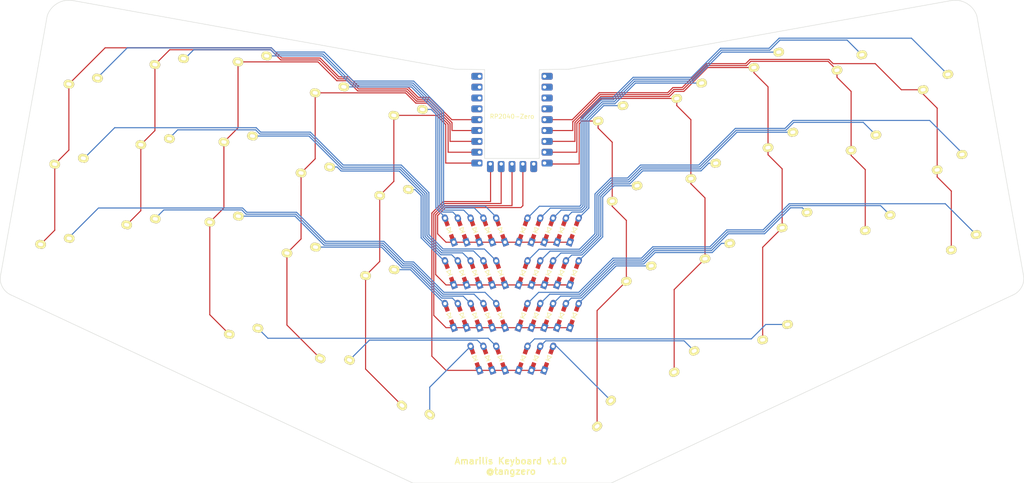
<source format=kicad_pcb>
(kicad_pcb (version 20211014) (generator pcbnew)
  (title_block (title "Amarilis Keyboard") (date "2023-03-17") (rev "1.0") (company "@tangzero"))
  (layers (0 "F.Cu" signal) (31 "B.Cu" signal) (34 "B.Paste" user) (35 "F.Paste" user) (36 "B.SilkS" user "B.Silkscreen") (37 "F.SilkS" user "F.Silkscreen") (38 "B.Mask" user) (39 "F.Mask" user) (44 "Edge.Cuts" user))
  (net 0 "")
  (net 1 "ROW0")
  (net 2 "Net-(D1-Pad2)")
  (net 3 "Net-(D2-Pad2)")
  (net 4 "Net-(D3-Pad2)")
  (net 5 "Net-(D4-Pad2)")
  (net 6 "Net-(D5-Pad2)")
  (net 7 "Net-(D6-Pad2)")
  (net 8 "Net-(D7-Pad2)")
  (net 9 "Net-(D8-Pad2)")
  (net 10 "Net-(D9-Pad2)")
  (net 11 "Net-(D10-Pad2)")
  (net 12 "ROW1")
  (net 13 "Net-(D11-Pad2)")
  (net 14 "Net-(D12-Pad2)")
  (net 23 "Net-(D13-Pad2)")
  (net 24 "Net-(D14-Pad2)")
  (net 25 "Net-(D15-Pad2)")
  (net 26 "Net-(D16-Pad2)")
  (net 27 "Net-(D17-Pad2)")
  (net 28 "Net-(D18-Pad2)")
  (net 29 "Net-(D19-Pad2)")
  (net 30 "Net-(D20-Pad2)")
  (net 31 "ROW2")
  (net 32 "Net-(D21-Pad2)")
  (net 33 "Net-(D22-Pad2)")
  (net 34 "Net-(D23-Pad2)")
  (net 35 "Net-(D24-Pad2)")
  (net 36 "Net-(D25-Pad2)")
  (net 37 "Net-(D26-Pad2)")
  (net 38 "Net-(D27-Pad2)")
  (net 39 "Net-(D28-Pad2)")
  (net 40 "Net-(D29-Pad2)")
  (net 41 "Net-(D30-Pad2)")
  (net 42 "ROW3")
  (net 43 "Net-(D31-Pad2)")
  (net 44 "Net-(D32-Pad2)")
  (net 45 "Net-(D33-Pad2)")
  (net 46 "Net-(D34-Pad2)")
  (net 47 "Net-(D35-Pad2)")
  (net 48 "Net-(D36-Pad2)")
  (net 49 "COL0")
  (net 50 "COL1")
  (net 51 "COL2")
  (net 52 "COL3")
  (net 53 "COL4")
  (net 54 "COL5")
  (net 55 "COL6")
  (net 56 "COL7")
  (net 57 "COL8")
  (net 58 "COL9")
  (footprint "kbd:D3_TH" (layer "F.Cu") (at 159.607086 108 70)
    (fp_text reference "D17" hide)
    (fp_text value "1N4148" hide)
  )
  (footprint "kbd:D3_TH" (layer "F.Cu") (at 150.607086 118 70)
    (fp_text reference "D30" hide)
    (fp_text value "1N4148" hide)
  )
  (footprint "kbd:D3_TH" (layer "F.Cu") (at 150.607086 98 70)
    (fp_text reference "D10" hide)
    (fp_text value "1N4148" hide)
  )
  (footprint "kbd:spacer_m2" (layer "F.Cu") (at 183.055772 80.034293)
    (fp_text reference "Ref**" hide)
    (fp_text value "Val**" hide)
  )
  (footprint "kbd:CherryMX_1u" (layer "F.Cu") (at 44.271054 85.715056 -10)
    (fp_text reference "SW11" hide)
    (fp_text value "SW_PUSH" hide)
  )
  (footprint "kbd:CherryMX_1u" (layer "F.Cu") (at 110.122091 144.600068 -40)
    (fp_text reference "SW33" hide)
    (fp_text value "SW_PUSH" hide)
  )
  (footprint "kbd:spacer_m2" (layer "F.Cu") (at 148.015842 144.252025)
    (fp_text reference "Ref**" hide)
    (fp_text value "Val**" hide)
  )
  (footprint "kbd:CherryMX_1u" (layer "F.Cu") (at 98.634005 106.521175 -10)
    (fp_text reference "SW24" hide)
    (fp_text value "SW_PUSH" hide)
  )
  (footprint "kbd:D3_TH" (layer "F.Cu") (at 142.357086 108 110)
    (fp_text reference "D12" hide)
    (fp_text value "1N4148" hide)
  )
  (footprint "kbd:CherryMX_1u" (layer "F.Cu") (at 64.420827 81.144592 -10)
    (fp_text reference "SW12" hide)
    (fp_text value "SW_PUSH" hide)
  )
  (footprint "kbd:D3_TH" (layer "F.Cu") (at 153.607086 128 70)
    (fp_text reference "D35" hide)
    (fp_text value "1N4148" hide)
  )
  (footprint "kbd:D3_TH" (layer "F.Cu") (at 159.607086 98 70)
    (fp_text reference "D7" hide)
    (fp_text value "1N4148" hide)
  )
  (footprint "kbd:D3_TH" (layer "F.Cu") (at 162.607086 118 70)
    (fp_text reference "D26" hide)
    (fp_text value "1N4148" hide)
  )
  (footprint "kbd:D3_TH" (layer "F.Cu") (at 139.357086 108 110)
    (fp_text reference "D13" hide)
    (fp_text value "1N4148" hide)
  )
  (footprint "kbd:CherryMX_1u" (layer "F.Cu") (at 117.047296 111.798789 -10)
    (fp_text reference "SW25" hide)
    (fp_text value "SW_PUSH" hide)
  )
  (footprint "kbd:spacer_m2" (layer "F.Cu") (at 195.124261 119.284026)
    (fp_text reference "Ref**" hide)
    (fp_text value "Val**" hide)
  )
  (footprint "kbd:D3_TH" (layer "F.Cu") (at 153.607086 118 70)
    (fp_text reference "D29" hide)
    (fp_text value "1N4148" hide)
  )
  (footprint "kbd:CherryMX_1u" (layer "F.Cu") (at 228.303242 62.384004 10)
    (fp_text reference "SW9" hide)
    (fp_text value "SW_PUSH" hide)
  )
  (footprint "kbd:D3_TH" (layer "F.Cu") (at 162.607086 98 70)
    (fp_text reference "D6" hide)
    (fp_text value "1N4148" hide)
  )
  (footprint "kbd:CherryMX_1u" (layer "F.Cu") (at 234.919238 99.90518 10)
    (fp_text reference "SW29" hide)
    (fp_text value "SW_PUSH" hide)
  )
  (footprint "kbd:CherryMX_1u" (layer "F.Cu") (at 185.909976 144.600067 40)
    (fp_text reference "SW34" hide)
    (fp_text value "SW_PUSH" hide)
  )
  (footprint "kbd:CherryMX_1u" (layer "F.Cu") (at 215.464057 99.273946 10)
    (fp_text reference "SW28" hide)
    (fp_text value "SW_PUSH" hide)
  )
  (footprint "kbd:D3_TH" (layer "F.Cu") (at 162.607086 108 70)
    (fp_text reference "D16" hide)
    (fp_text value "1N4148" hide)
  )
  (footprint "kbd:CherryMX_1u" (layer "F.Cu") (at 61.112829 99.90518 -10)
    (fp_text reference "SW22" hide)
    (fp_text value "SW_PUSH" hide)
  )
  (footprint "kbd:CherryMX_1u" (layer "F.Cu") (at 255.069011 104.475644 10)
    (fp_text reference "SW30" hide)
    (fp_text value "SW_PUSH" hide)
  )
  (footprint "kbd:CherryMX_1u" (layer "F.Cu") (at 83.876008 80.513359 -10)
    (fp_text reference "SW13" hide)
    (fp_text value "SW_PUSH" hide)
  )
  (footprint "RP2040-Zero-Kicad:RP2040-Zero" (layer "F.Cu") (at 137.865 84.825)
    (fp_text reference "RZ1")
    (fp_text value "RP2040-Zero")
  )
  (footprint "kbd:CherryMX_1u" (layer "F.Cu") (at 92.856928 136.549189 -25)
    (fp_text reference "SW32" hide)
    (fp_text value "SW_PUSH" hide)
  )
  (footprint "kbd:D3_TH" (layer "F.Cu") (at 142.357086 98 110)
    (fp_text reference "D2" hide)
    (fp_text value "1N4148" hide)
  )
  (footprint "kbd:D3_TH" (layer "F.Cu") (at 153.607086 108 70)
    (fp_text reference "D19" hide)
    (fp_text value "1N4148" hide)
  )
  (footprint "kbd:spacer_m2" (layer "F.Cu") (at 58.613345 59.228174)
    (fp_text reference "Ref**" hide)
    (fp_text value "Val**" hide)
  )
  (footprint "kbd:CherryMX_1u" (layer "F.Cu") (at 251.761013 85.715056 10)
    (fp_text reference "SW20" hide)
    (fp_text value "SW_PUSH" hide)
  )
  (footprint "kbd:spacer_m2" (layer "F.Cu") (at 237.418722 59.228173)
    (fp_text reference "Ref**" hide)
    (fp_text value "Val**" hide)
  )
  (footprint "kbd:D3_TH" (layer "F.Cu") (at 136.357086 108 110)
    (fp_text reference "D14" hide)
    (fp_text value "1N4148" hide)
  )
  (footprint "kbd:D3_TH" (layer "F.Cu") (at 156.607086 108 70)
    (fp_text reference "D18" hide)
    (fp_text value "1N4148" hide)
  )
  (footprint "kbd:CherryMX_1u" (layer "F.Cu") (at 190.782067 69 10)
    (fp_text reference "SW7" hide)
    (fp_text value "SW_PUSH" hide)
  )
  (footprint "kbd:CherryMX_1u" (layer "F.Cu") (at 105.25 69 -10)
    (fp_text reference "SW4" hide)
    (fp_text value "SW_PUSH" hide)
  )
  (footprint "kbd:D3_TH" (layer "F.Cu") (at 153.607086 98 70)
    (fp_text reference "D9" hide)
    (fp_text value "1N4148" hide)
  )
  (footprint "kbd:CherryMX_1u" (layer "F.Cu") (at 87.184005 61.752771 -10)
    (fp_text reference "SW3" hide)
    (fp_text value "SW_PUSH" hide)
  )
  (footprint "kbd:CherryMX_1u" (layer "F.Cu") (at 120.355294 93.038201 -10)
    (fp_text reference "SW15" hide)
    (fp_text value "SW_PUSH" hide)
  )
  (footprint "kbd:spacer_m2" (layer "F.Cu") (at 50.078536 107.631475)
    (fp_text reference "Ref**" hide)
    (fp_text value "Val**" hide)
  )
  (footprint "kbd:spacer_m2" (layer "F.Cu") (at 100.907806 119.284026)
    (fp_text reference "Ref**" hide)
    (fp_text value "Val**" hide)
  )
  (footprint "kbd:D3_TH" (layer "F.Cu") (at 142.357086 118 110)
    (fp_text reference "D22" hide)
    (fp_text value "1N4148" hide)
  )
  (footprint "kbd:CherryMX_1u" (layer "F.Cu") (at 67.728825 62.384004 -10)
    (fp_text reference "SW2" hide)
    (fp_text value "SW_PUSH" hide)
  )
  (footprint "kbd:D3_TH" (layer "F.Cu") (at 156.607086 98 70)
    (fp_text reference "D8" hide)
    (fp_text value "1N4148" hide)
  )
  (footprint "kbd:CherryMX_1u" (layer "F.Cu") (at 203.175139 136.549189 25)
    (fp_text reference "SW35" hide)
    (fp_text value "SW_PUSH" hide)
  )
  (footprint "kbd:D3_TH" (layer "F.Cu") (at 133.357086 108 110)
    (fp_text reference "D15" hide)
    (fp_text value "1N4148" hide)
  )
  (footprint "kbd:D3_TH" (layer "F.Cu") (at 159.607086 118 70)
    (fp_text reference "D27" hide)
    (fp_text value "1N4148" hide)
  )
  (footprint "kbd:CherryMX_1u" (layer "F.Cu") (at 80.56801 99.273946 -10)
    (fp_text reference "SW23" hide)
    (fp_text value "SW_PUSH" hide)
  )
  (footprint "kbd:CherryMX_1u" (layer "F.Cu") (at 172.368775 74.277613 10)
    (fp_text reference "SW6" hide)
    (fp_text value "SW_PUSH" hide)
  )
  (footprint "kbd:D3_TH" (layer "F.Cu") (at 136.357086 98 110)
    (fp_text reference "D4" hide)
    (fp_text value "1N4148" hide)
  )
  (footprint "kbd:D3_TH" (layer "F.Cu") (at 156.607086 128 70)
    (fp_text reference "D34" hide)
    (fp_text value "1N4148" hide)
  )
  (footprint "kbd:CherryMX_1u" (layer "F.Cu") (at 208.848062 61.752771 10)
    (fp_text reference "SW8" hide)
    (fp_text value "SW_PUSH" hide)
  )
  (footprint "kbd:CherryMX_1u" (layer "F.Cu") (at 123.663292 74.277613 -10)
    (fp_text reference "SW5" hide)
    (fp_text value "SW_PUSH" hide)
  )
  (footprint "kbd:D3_TH" (layer "F.Cu") (at 136.357086 118 110)
    (fp_text reference "D24" hide)
    (fp_text value "1N4148" hide)
  )
  (footprint "kbd:D3_TH" (layer "F.Cu") (at 133.357086 118 110)
    (fp_text reference "D25" hide)
    (fp_text value "1N4148" hide)
  )
  (footprint "kbd:CherryMX_1u" (layer "F.Cu") (at 212.156059 80.513359 10)
    (fp_text reference "SW18" hide)
    (fp_text value "SW_PUSH" hide)
  )
  (footprint "kbd:CherryMX_1u" (layer "F.Cu") (at 85.130633 125.514897 -10)
    (fp_text reference "SW31" hide)
    (fp_text value "SW_PUSH" hide)
  )
  (footprint "kbd:CherryMX_1u" (layer "F.Cu") (at 248.453015 66.954468 10)
    (fp_text reference "SW10" hide)
    (fp_text value "SW_PUSH" hide)
  )
  (footprint "kbd:D3_TH" (layer "F.Cu") (at 150.607086 108 70)
    (fp_text reference "D20" hide)
    (fp_text value "1N4148" hide)
  )
  (footprint "kbd:D3_TH" (layer "F.Cu") (at 139.357086 128 110)
    (fp_text reference "D33" hide)
    (fp_text value "1N4148" hide)
  )
  (footprint "kbd:CherryMX_1u" (layer "F.Cu") (at 40.963056 104.475644 -10)
    (fp_text reference "SW21" hide)
    (fp_text value "SW_PUSH" hide)
  )
  (footprint "kbd:CherryMX_1u" (layer "F.Cu") (at 197.398062 106.521175 10)
    (fp_text reference "SW27" hide)
    (fp_text value "SW_PUSH" hide)
  )
  (footprint "kbd:D3_TH" (layer "F.Cu") (at 145.357086 118 110)
    (fp_text reference "D21" hide)
    (fp_text value "1N4148" hide)
  )
  (footprint "kbd:CherryMX_1u" (layer "F.Cu") (at 101.942002 87.760588 -10)
    (fp_text reference "SW14" hide)
    (fp_text value "SW_PUSH" hide)
  )
  (footprint "kbd:D3_TH" (layer "F.Cu") (at 139.357086 118 110)
    (fp_text reference "D23" hide)
    (fp_text value "1N4148" hide)
  )
  (footprint "kbd:CherryMX_1u" (layer "F.Cu") (at 210.901434 125.514897 10)
    (fp_text reference "SW36" hide)
    (fp_text value "SW_PUSH" hide)
  )
  (footprint "kbd:D3_TH" (layer "F.Cu") (at 156.607086 118 70)
    (fp_text reference "D28" hide)
    (fp_text value "1N4148" hide)
  )
  (footprint "kbd:CherryMX_1u" (layer "F.Cu") (at 178.984771 111.798788 10)
    (fp_text reference "SW26" hide)
    (fp_text value "SW_PUSH" hide)
  )
  (footprint "kbd:D3_TH" (layer "F.Cu") (at 139.357086 98 110)
    (fp_text reference "D3" hide)
    (fp_text value "1N4148" hide)
  )
  (footprint "kbd:spacer_m2" (layer "F.Cu") (at 245.953531 107.631475)
    (fp_text reference "Ref**" hide)
    (fp_text value "Val**" hide)
  )
  (footprint "kbd:D3_TH" (layer "F.Cu") (at 145.357086 98 110)
    (fp_text reference "D1" hide)
    (fp_text value "1N4148" hide)
  )
  (footprint "kbd:CherryMX_1u" (layer "F.Cu") (at 231.61124 81.144592 10)
    (fp_text reference "SW19" hide)
    (fp_text value "SW_PUSH" hide)
  )
  (footprint "kbd:CherryMX_1u" (layer "F.Cu") (at 194.090064 87.760587 10)
    (fp_text reference "SW17" hide)
    (fp_text value "SW_PUSH" hide)
  )
  (footprint "kbd:D3_TH" (layer "F.Cu") (at 145.357086 108 110)
    (fp_text reference "D11" hide)
    (fp_text value "1N4148" hide)
  )
  (footprint "kbd:spacer_m2" (layer "F.Cu") (at 112.976295 80.034293)
    (fp_text reference "Ref**" hide)
    (fp_text value "Val**" hide)
  )
  (footprint "kbd:CherryMX_1u" (layer "F.Cu") (at 47.579052 66.954469 -10)
    (fp_text reference "SW1" hide)
    (fp_text value "SW_PUSH" hide)
  )
  (footprint "kbd:D3_TH" (layer "F.Cu") (at 142.357086 128 110)
    (fp_text reference "D32" hide)
    (fp_text value "1N4148" hide)
  )
  (footprint "kbd:D3_TH" (layer "F.Cu") (at 145.357086 128 110)
    (fp_text reference "D31" hide)
    (fp_text value "1N4148" hide)
  )
  (footprint "kbd:D3_TH" (layer "F.Cu") (at 133.357086 98 110)
    (fp_text reference "D5" hide)
    (fp_text value "1N4148" hide)
  )
  (footprint "kbd:D3_TH" (layer "F.Cu") (at 150.607086 128 70)
    (fp_text reference "D36" hide)
    (fp_text value "1N4148" hide)
  )
  (footprint "kbd:CherryMX_1u" (layer "F.Cu") (at 175.676773 93.038201 10)
    (fp_text reference "SW16" hide)
    (fp_text value "SW_PUSH" hide)
  )
  (gr_line (start 141.6 81.2) (end 154.4 81.2) (layer "Edge.Cuts") (width 0.1))
  (gr_line (start 124.8 157.2) (end 171.25 157.2) (layer "Edge.Cuts") (width 0.1))
  (gr_line (start 161.35 60.3) (end 154.4 60.4) (layer "Edge.Cuts") (width 0.1))
  (gr_line (start 141.6 60.4) (end 134.7 60.3) (layer "Edge.Cuts") (width 0.1))
  (gr_line (start 28.2 109) (end 39.2 47.8) (layer "Edge.Cuts") (width 0.1))
  (gr_line (start 141.6 81.2) (end 141.6 60.4) (layer "Edge.Cuts") (width 0.1))
  (gr_line (start 265.25 113.2) (end 171.25 157.2) (layer "Edge.Cuts") (width 0.1))
  (gr_arc (start 30.8 113.2) (mid 28.83524 111.511518) (end 28.2 109) (layer "Edge.Cuts") (width 0.1))
  (gr_line (start 161.35 60.3) (end 251.05 44.2) (layer "Edge.Cuts") (width 0.1))
  (gr_line (start 154.4 81.2) (end 154.4 60.4) (layer "Edge.Cuts") (width 0.1))
  (gr_arc (start 267.85 109) (mid 267.21476 111.511518) (end 265.25 113.2) (layer "Edge.Cuts") (width 0.1))
  (gr_line (start 256.85 47.8) (end 267.85 109) (layer "Edge.Cuts") (width 0.1))
  (gr_line (start 124.8 157.2) (end 30.8 113.2) (layer "Edge.Cuts") (width 0.1))
  (gr_line (start 45 44.2) (end 134.7 60.3) (layer "Edge.Cuts") (width 0.1))
  (gr_arc (start 39.2 47.8) (mid 41.456213 44.962788) (end 45 44.2) (layer "Edge.Cuts") (width 0.1))
  (gr_arc (start 251.05 44.2) (mid 254.593787 44.962788) (end 256.85 47.8) (layer "Edge.Cuts") (width 0.1))
  (gr_text "Amarilis Keyboard v1.0\n@tangzero" (at 147.75 153.25) (layer "F.SilkS") (effects (font (size 1.5 1.5) (thickness 0.3))))
  (segment (start 130.6 94.559188) (end 132.459188 92.7) (width 0.25) (layer "F.Cu") (net 1))
  (segment (start 150.115 92.7) (end 150.565 92.25) (width 0.25) (layer "F.Cu") (net 1))
  (segment (start 130.6 98.85) (end 130.6 94.559188) (width 0.25) (layer "F.Cu") (net 1))
  (segment (start 134.383146 100.819078) (end 161.581026 100.819078) (width 0.25) (layer "F.Cu") (net 1))
  (segment (start 132.569078 100.819078) (end 130.6 98.85) (width 0.25) (layer "F.Cu") (net 1))
  (segment (start 150.565 92.25) (end 150.565 82.871395) (width 0.25) (layer "F.Cu") (net 1))
  (segment (start 133.581026 100.819078) (end 132.569078 100.819078) (width 0.25) (layer "F.Cu") (net 1))
  (segment (start 132.459188 92.7) (end 150.115 92.7) (width 0.25) (layer "F.Cu") (net 1))
  (segment (start 104.041014 56.291014) (end 92.686396 56.291014) (width 0.25) (layer "B.Cu") (net 2))
  (segment (start 144.581026 95.180922) (end 141.756906 92.356802) (width 0.25) (layer "B.Cu") (net 2))
  (segment (start 124.997431 63.088243) (end 110.838243 63.088243) (width 0.25) (layer "B.Cu") (net 2))
  (segment (start 91.695382 55.3) (end 57.95 55.3) (width 0.25) (layer "B.Cu") (net 2))
  (segment (start 57.95 55.3) (end 50.962596 62.287404) (width 0.25) (layer "B.Cu") (net 2))
  (segment (start 132 91.977208) (end 132 70.090812) (width 0.25) (layer "B.Cu") (net 2))
  (segment (start 92.686396 56.291014) (end 91.695382 55.3) (width 0.25) (layer "B.Cu") (net 2))
  (segment (start 110.838243 63.088243) (end 104.041014 56.291014) (width 0.25) (layer "B.Cu") (net 2))
  (segment (start 132 70.090812) (end 124.997431 63.088243) (width 0.25) (layer "B.Cu") (net 2))
  (segment (start 132.379594 92.356802) (end 132 91.977208) (width 0.25) (layer "B.Cu") (net 2))
  (segment (start 141.756906 92.356802) (end 132.379594 92.356802) (width 0.25) (layer "B.Cu") (net 2))
  (segment (start 103.755646 56.741014) (end 110.552875 63.538243) (width 0.25) (layer "B.Cu") (net 3))
  (segment (start 131.55 92.163604) (end 132.193198 92.806802) (width 0.25) (layer "B.Cu") (net 3))
  (segment (start 132.193198 92.806802) (end 139.206906 92.806802) (width 0.25) (layer "B.Cu") (net 3))
  (segment (start 92.5 56.741014) (end 103.755646 56.741014) (width 0.25) (layer "B.Cu") (net 3))
  (segment (start 124.811035 63.538243) (end 131.55 70.277208) (width 0.25) (layer "B.Cu") (net 3))
  (segment (start 91.508986 55.75) (end 92.5 56.741014) (width 0.25) (layer "B.Cu") (net 3))
  (segment (start 71.427753 57.822247) (end 73.5 55.75) (width 0.25) (layer "B.Cu") (net 3))
  (segment (start 73.5 55.75) (end 91.508986 55.75) (width 0.25) (layer "B.Cu") (net 3))
  (segment (start 139.206906 92.806802) (end 141.581026 95.180922) (width 0.25) (layer "B.Cu") (net 3))
  (segment (start 110.552875 63.538243) (end 124.811035 63.538243) (width 0.25) (layer "B.Cu") (net 3))
  (segment (start 131.55 70.277208) (end 131.55 92.163604) (width 0.25) (layer "B.Cu") (net 3))
  (segment (start 110.366479 63.988243) (end 124.624639 63.988243) (width 0.25) (layer "B.Cu") (net 4))
  (segment (start 131.1 92.35) (end 132.05 93.3) (width 0.25) (layer "B.Cu") (net 4))
  (segment (start 136.700104 93.3) (end 138.581026 95.180922) (width 0.25) (layer "B.Cu") (net 4))
  (segment (start 131.1 70.463604) (end 131.1 92.35) (width 0.25) (layer "B.Cu") (net 4))
  (segment (start 90.567549 57.191014) (end 103.56925 57.191014) (width 0.25) (layer "B.Cu") (net 4))
  (segment (start 124.624639 63.988243) (end 131.1 70.463604) (width 0.25) (layer "B.Cu") (net 4))
  (segment (start 103.56925 57.191014) (end 110.366479 63.988243) (width 0.25) (layer "B.Cu") (net 4))
  (segment (start 132.05 93.3) (end 136.700104 93.3) (width 0.25) (layer "B.Cu") (net 4))
  (segment (start 130.65 70.65) (end 130.65 92.6135) (width 0.25) (layer "B.Cu") (net 5))
  (segment (start 124.438243 64.438243) (end 130.65 70.65) (width 0.25) (layer "B.Cu") (net 5))
  (segment (start 108.633544 64.438243) (end 124.438243 64.438243) (width 0.25) (layer "B.Cu") (net 5))
  (segment (start 134.150104 93.75) (end 135.581026 95.180922) (width 0.25) (layer "B.Cu") (net 5))
  (segment (start 131.7865 93.75) (end 134.150104 93.75) (width 0.25) (layer "B.Cu") (net 5))
  (segment (start 130.65 92.6135) (end 131.7865 93.75) (width 0.25) (layer "B.Cu") (net 5))
  (segment (start 129.07946 69.715856) (end 130.2 70.836396) (width 0.25) (layer "B.Cu") (net 6))
  (segment (start 127.046836 69.715856) (end 129.07946 69.715856) (width 0.25) (layer "B.Cu") (net 6))
  (segment (start 130.2 92.799896) (end 132.581026 95.180922) (width 0.25) (layer "B.Cu") (net 6))
  (segment (start 130.2 70.836396) (end 130.2 92.799896) (width 0.25) (layer "B.Cu") (net 6))
  (segment (start 169.506506 68.833723) (end 166 72.340229) (width 0.25) (layer "B.Cu") (net 7))
  (segment (start 173.988054 68.833723) (end 169.506506 68.833723) (width 0.25) (layer "B.Cu") (net 7))
  (segment (start 166 92.814068) (end 163.633146 95.180922) (width 0.25) (layer "B.Cu") (net 7))
  (segment (start 166 72.340229) (end 166 92.814068) (width 0.25) (layer "B.Cu") (net 7))
  (segment (start 169.32011 68.383723) (end 172.116277 68.383723) (width 0.25) (layer "B.Cu") (net 8))
  (segment (start 172.116277 68.383723) (end 176.94389 63.55611) (width 0.25) (layer "B.Cu") (net 8))
  (segment (start 165.55 92.627672) (end 165.55 72.153833) (width 0.25) (layer "B.Cu") (net 8))
  (segment (start 176.94389 63.55611) (end 192.401346 63.55611) (width 0.25) (layer "B.Cu") (net 8))
  (segment (start 165.55 72.153833) (end 169.32011 68.383723) (width 0.25) (layer "B.Cu") (net 8))
  (segment (start 164.427672 93.75) (end 165.55 92.627672) (width 0.25) (layer "B.Cu") (net 8))
  (segment (start 160.633146 95.180922) (end 162.064068 93.75) (width 0.25) (layer "B.Cu") (net 8))
  (segment (start 162.064068 93.75) (end 164.427672 93.75) (width 0.25) (layer "B.Cu") (net 8))
  (segment (start 176.757494 63.10611) (end 171.929881 67.933723) (width 0.25) (layer "B.Cu") (net 9))
  (segment (start 165.1 92.441276) (end 164.241276 93.3) (width 0.25) (layer "B.Cu") (net 9))
  (segment (start 169.133714 67.933723) (end 165.1 71.967437) (width 0.25) (layer "B.Cu") (net 9))
  (segment (start 190.39389 63.10611) (end 176.757494 63.10611) (width 0.25) (layer "B.Cu") (net 9))
  (segment (start 197.191119 56.308881) (end 190.39389 63.10611) (width 0.25) (layer "B.Cu") (net 9))
  (segment (start 165.1 71.967437) (end 165.1 92.441276) (width 0.25) (layer "B.Cu") (net 9))
  (segment (start 171.929881 67.933723) (end 169.133714 67.933723) (width 0.25) (layer "B.Cu") (net 9))
  (segment (start 159.514068 93.3) (end 157.633146 95.180922) (width 0.25) (layer "B.Cu") (net 9))
  (segment (start 164.241276 93.3) (end 159.514068 93.3) (width 0.25) (layer "B.Cu") (net 9))
  (segment (start 210.467341 56.308881) (end 197.191119 56.308881) (width 0.25) (layer "B.Cu") (net 9))
  (segment (start 229.922521 56.940114) (end 226.482407 53.5) (width 0.25) (layer "B.Cu") (net 10))
  (segment (start 197.004723 55.858881) (end 190.207494 62.65611) (width 0.25) (layer "B.Cu") (net 10))
  (segment (start 171.743485 67.483723) (end 168.947318 67.483723) (width 0.25) (layer "B.Cu") (net 10))
  (segment (start 156.964068 92.85) (end 154.633146 95.180922) (width 0.25) (layer "B.Cu") (net 10))
  (segment (start 208.391119 55.858881) (end 197.004723 55.858881) (width 0.25) (layer "B.Cu") (net 10))
  (segment (start 164.05488 92.85) (end 156.964068 92.85) (width 0.25) (layer "B.Cu") (net 10))
  (segment (start 226.482407 53.5) (end 210.75 53.5) (width 0.25) (layer "B.Cu") (net 10))
  (segment (start 210.75 53.5) (end 208.391119 55.858881) (width 0.25) (layer "B.Cu") (net 10))
  (segment (start 164.65 92.25488) (end 164.05488 92.85) (width 0.25) (layer "B.Cu") (net 10))
  (segment (start 168.947318 67.483723) (end 164.65 71.781041) (width 0.25) (layer "B.Cu") (net 10))
  (segment (start 164.65 71.781041) (end 164.65 92.25488) (width 0.25) (layer "B.Cu") (net 10))
  (segment (start 176.571098 62.65611) (end 171.743485 67.483723) (width 0.25) (layer "B.Cu") (net 10))
  (segment (start 190.207494 62.65611) (end 176.571098 62.65611) (width 0.25) (layer "B.Cu") (net 10))
  (segment (start 210.563604 53.05) (end 241.55 53.05) (width 0.25) (layer "B.Cu") (net 11))
  (segment (start 164.2 92.068484) (end 164.2 71.594645) (width 0.25) (layer "B.Cu") (net 11))
  (segment (start 196.818327 55.408881) (end 208.204723 55.408881) (width 0.25) (layer "B.Cu") (net 11))
  (segment (start 154.414068 92.4) (end 163.868484 92.4) (width 0.25) (layer "B.Cu") (net 11))
  (segment (start 176.384702 62.20611) (end 190.021098 62.20611) (width 0.25) (layer "B.Cu") (net 11))
  (segment (start 163.868484 92.4) (end 164.2 92.068484) (width 0.25) (layer "B.Cu") (net 11))
  (segment (start 241.55 53.05) (end 250.010578 61.510578) (width 0.25) (layer "B.Cu") (net 11))
  (segment (start 168.760922 67.033723) (end 171.557089 67.033723) (width 0.25) (layer "B.Cu") (net 11))
  (segment (start 151.633146 95.180922) (end 154.414068 92.4) (width 0.25) (layer "B.Cu") (net 11))
  (segment (start 171.557089 67.033723) (end 176.384702 62.20611) (width 0.25) (layer "B.Cu") (net 11))
  (segment (start 164.2 71.594645) (end 168.760922 67.033723) (width 0.25) (layer "B.Cu") (net 11))
  (segment (start 190.021098 62.20611) (end 196.818327 55.408881) (width 0.25) (layer "B.Cu") (net 11))
  (segment (start 208.204723 55.408881) (end 210.563604 53.05) (width 0.25) (layer "B.Cu") (net 11))
  (segment (start 132.569078 110.819078) (end 130.15 108.4) (width 0.25) (layer "F.Cu") (net 12))
  (segment (start 130.15 94.372792) (end 132.272792 92.25) (width 0.25) (layer "F.Cu") (net 12))
  (segment (start 160.581026 110.819078) (end 132.569078 110.819078) (width 0.25) (layer "F.Cu") (net 12))
  (segment (start 132.272792 92.25) (end 148.025 92.25) (width 0.25) (layer "F.Cu") (net 12))
  (segment (start 161.581026 110.819078) (end 158.581026 110.819078) (width 0.25) (layer "F.Cu") (net 12))
  (segment (start 130.15 108.4) (end 130.15 94.372792) (width 0.25) (layer "F.Cu") (net 12))
  (segment (start 148.025 92.25) (end 148.025 82.495) (width 0.25) (layer "F.Cu") (net 12))
  (segment (start 128.55 89.194391) (end 128.55 99.05) (width 0.25) (layer "B.Cu") (net 13))
  (segment (start 108.52396 82.75) (end 122.105609 82.75) (width 0.25) (layer "B.Cu") (net 13))
  (segment (start 122.105609 82.75) (end 128.55 89.194391) (width 0.25) (layer "B.Cu") (net 13))
  (segment (start 128.55 99.05) (end 131.9 102.4) (width 0.25) (layer "B.Cu") (net 13))
  (segment (start 131.9 102.4) (end 141.550104 102.4) (width 0.25) (layer "B.Cu") (net 13))
  (segment (start 88.136396 74) (end 89.187998 75.051602) (width 0.25) (layer "B.Cu") (net 13))
  (segment (start 55 74) (end 88.136396 74) (width 0.25) (layer "B.Cu") (net 13))
  (segment (start 89.187998 75.051602) (end 100.825562 75.051602) (width 0.25) (layer "B.Cu") (net 13))
  (segment (start 47.846701 81.153299) (end 55 74) (width 0.25) (layer "B.Cu") (net 13))
  (segment (start 141.550104 102.4) (end 144.331026 105.180922) (width 0.25) (layer "B.Cu") (net 13))
  (segment (start 100.825562 75.051602) (end 108.52396 82.75) (width 0.25) (layer "B.Cu") (net 13))
  (segment (start 67.804371 76.445629) (end 69.75 74.5) (width 0.25) (layer "B.Cu") (net 14))
  (segment (start 100.639166 75.501602) (end 108.387564 83.25) (width 0.25) (layer "B.Cu") (net 14))
  (segment (start 121.969213 83.25) (end 128.1 89.380787) (width 0.25) (layer "B.Cu") (net 14))
  (segment (start 139.000104 102.85) (end 141.331026 105.180922) (width 0.25) (layer "B.Cu") (net 14))
  (segment (start 88 74.5) (end 89.001602 75.501602) (width 0.25) (layer "B.Cu") (net 14))
  (segment (start 128.1 99.236396) (end 131.713604 102.85) (width 0.25) (layer "B.Cu") (net 14))
  (segment (start 69.75 74.5) (end 88 74.5) (width 0.25) (layer "B.Cu") (net 14))
  (segment (start 108.387564 83.25) (end 121.969213 83.25) (width 0.25) (layer "B.Cu") (net 14))
  (segment (start 131.713604 102.85) (end 139.000104 102.85) (width 0.25) (layer "B.Cu") (net 14))
  (segment (start 128.1 89.380787) (end 128.1 99.236396) (width 0.25) (layer "B.Cu") (net 14))
  (segment (start 89.001602 75.501602) (end 100.639166 75.501602) (width 0.25) (layer "B.Cu") (net 14))
  (segment (start 131.527208 103.3) (end 136.450104 103.3) (width 0.25) (layer "B.Cu") (net 23))
  (segment (start 127.65 99.422792) (end 131.527208 103.3) (width 0.25) (layer "B.Cu") (net 23))
  (segment (start 87.259552 75.951602) (end 100.452771 75.951602) (width 0.25) (layer "B.Cu") (net 23))
  (segment (start 108.201168 83.7) (end 121.782817 83.7) (width 0.25) (layer "B.Cu") (net 23))
  (segment (start 121.782817 83.7) (end 127.65 89.567183) (width 0.25) (layer "B.Cu") (net 23))
  (segment (start 100.452771 75.951602) (end 108.201168 83.7) (width 0.25) (layer "B.Cu") (net 23))
  (segment (start 136.450104 103.3) (end 138.331026 105.180922) (width 0.25) (layer "B.Cu") (net 23))
  (segment (start 127.65 89.567183) (end 127.65 99.422792) (width 0.25) (layer "B.Cu") (net 23))
  (segment (start 127.2 99.609188) (end 131.340812 103.75) (width 0.25) (layer "B.Cu") (net 24))
  (segment (start 133.900104 103.75) (end 135.331026 105.180922) (width 0.25) (layer "B.Cu") (net 24))
  (segment (start 131.340812 103.75) (end 133.900104 103.75) (width 0.25) (layer "B.Cu") (net 24))
  (segment (start 107.063603 83.198831) (end 108.014772 84.15) (width 0.25) (layer "B.Cu") (net 24))
  (segment (start 121.596421 84.15) (end 127.2 89.753579) (width 0.25) (layer "B.Cu") (net 24))
  (segment (start 105.325546 83.198831) (end 107.063603 83.198831) (width 0.25) (layer "B.Cu") (net 24))
  (segment (start 127.2 89.753579) (end 127.2 99.609188) (width 0.25) (layer "B.Cu") (net 24))
  (segment (start 108.014772 84.15) (end 121.596421 84.15) (width 0.25) (layer "B.Cu") (net 24))
  (segment (start 125.286469 88.476444) (end 126.75 89.939975) (width 0.25) (layer "B.Cu") (net 25))
  (segment (start 126.75 89.939975) (end 126.75 99.795584) (width 0.25) (layer "B.Cu") (net 25))
  (segment (start 132.135338 105.180922) (end 132.331026 105.180922) (width 0.25) (layer "B.Cu") (net 25))
  (segment (start 123.738838 88.476444) (end 125.286469 88.476444) (width 0.25) (layer "B.Cu") (net 25))
  (segment (start 126.75 99.795584) (end 132.135338 105.180922) (width 0.25) (layer "B.Cu") (net 25))
  (segment (start 169.25 90.25) (end 169.25 99.564068) (width 0.25) (layer "B.Cu") (net 26))
  (segment (start 177.296052 87.594311) (end 171.905689 87.594311) (width 0.25) (layer "B.Cu") (net 26))
  (segment (start 171.905689 87.594311) (end 169.25 90.25) (width 0.25) (layer "B.Cu") (net 26))
  (segment (start 169.25 99.564068) (end 163.697214 105.116854) (width 0.25) (layer "B.Cu") (net 26))
  (segment (start 168.8 90.063604) (end 168.8 99.377672) (width 0.25) (layer "B.Cu") (net 27))
  (segment (start 168.8 99.377672) (end 164.37087 103.806802) (width 0.25) (layer "B.Cu") (net 27))
  (segment (start 194.069699 82.316697) (end 192.286396 84.1) (width 0.25) (layer "B.Cu") (net 27))
  (segment (start 178.65 84.1) (end 175.605689 87.144311) (width 0.25) (layer "B.Cu") (net 27))
  (segment (start 175.605689 87.144311) (end 171.719293 87.144311) (width 0.25) (layer "B.Cu") (net 27))
  (segment (start 171.719293 87.144311) (end 168.8 90.063604) (width 0.25) (layer "B.Cu") (net 27))
  (segment (start 164.37087 103.806802) (end 162.007266 103.806802) (width 0.25) (layer "B.Cu") (net 27))
  (segment (start 162.007266 103.806802) (end 160.633146 105.180922) (width 0.25) (layer "B.Cu") (net 27))
  (segment (start 192.286396 84.1) (end 178.65 84.1) (width 0.25) (layer "B.Cu") (net 27))
  (segment (start 195.709343 82.316697) (end 194.069699 82.316697) (width 0.25) (layer "B.Cu") (net 27))
  (segment (start 192.1 83.65) (end 178.463604 83.65) (width 0.25) (layer "B.Cu") (net 28))
  (segment (start 168.35 99.191276) (end 164.184474 103.356802) (width 0.25) (layer "B.Cu") (net 28))
  (segment (start 168.35 89.877208) (end 168.35 99.191276) (width 0.25) (layer "B.Cu") (net 28))
  (segment (start 164.184474 103.356802) (end 159.457266 103.356802) (width 0.25) (layer "B.Cu") (net 28))
  (segment (start 171.532897 86.694311) (end 168.35 89.877208) (width 0.25) (layer "B.Cu") (net 28))
  (segment (start 159.457266 103.356802) (end 157.633146 105.180922) (width 0.25) (layer "B.Cu") (net 28))
  (segment (start 200.680531 75.069469) (end 192.1 83.65) (width 0.25) (layer "B.Cu") (net 28))
  (segment (start 178.463604 83.65) (end 175.419293 86.694311) (width 0.25) (layer "B.Cu") (net 28))
  (segment (start 213.775338 75.069469) (end 200.680531 75.069469) (width 0.25) (layer "B.Cu") (net 28))
  (segment (start 175.419293 86.694311) (end 171.532897 86.694311) (width 0.25) (layer "B.Cu") (net 28))
  (segment (start 233.200702 75.700702) (end 230.25 72.75) (width 0.25) (layer "B.Cu") (net 29))
  (segment (start 175.232897 86.244311) (end 171.346501 86.244311) (width 0.25) (layer "B.Cu") (net 29))
  (segment (start 163.998078 102.906802) (end 156.907266 102.906802) (width 0.25) (layer "B.Cu") (net 29))
  (segment (start 212.130531 74.619469) (end 200.494135 74.619469) (width 0.25) (layer "B.Cu") (net 29))
  (segment (start 178.277208 83.2) (end 175.232897 86.244311) (width 0.25) (layer "B.Cu") (net 29))
  (segment (start 230.25 72.75) (end 214 72.75) (width 0.25) (layer "B.Cu") (net 29))
  (segment (start 191.913604 83.2) (end 178.277208 83.2) (width 0.25) (layer "B.Cu") (net 29))
  (segment (start 167.9 99.00488) (end 163.998078 102.906802) (width 0.25) (layer "B.Cu") (net 29))
  (segment (start 171.346501 86.244311) (end 167.9 89.690812) (width 0.25) (layer "B.Cu") (net 29))
  (segment (start 167.9 89.690812) (end 167.9 99.00488) (width 0.25) (layer "B.Cu") (net 29))
  (segment (start 214 72.75) (end 212.130531 74.619469) (width 0.25) (layer "B.Cu") (net 29))
  (segment (start 156.907266 102.906802) (end 154.633146 105.180922) (width 0.25) (layer "B.Cu") (net 29))
  (segment (start 200.494135 74.619469) (end 191.913604 83.2) (width 0.25) (layer "B.Cu") (net 29))
  (segment (start 253.380292 79.880292) (end 245.8 72.3) (width 0.25) (layer "B.Cu") (net 30))
  (segment (start 200.307739 74.169469) (end 191.727208 82.75) (width 0.25) (layer "B.Cu") (net 30))
  (segment (start 245.8 72.3) (end 213.813604 72.3) (width 0.25) (layer "B.Cu") (net 30))
  (segment (start 167.45 98.818484) (end 163.811682 102.456802) (width 0.25) (layer "B.Cu") (net 30))
  (segment (start 163.811682 102.456802) (end 154.357266 102.456802) (width 0.25) (layer "B.Cu") (net 30))
  (segment (start 175.046501 85.794311) (end 171.160105 85.794311) (width 0.25) (layer "B.Cu") (net 30))
  (segment (start 171.160105 85.794311) (end 167.45 89.504416) (width 0.25) (layer "B.Cu") (net 30))
  (segment (start 191.727208 82.75) (end 178.090812 82.75) (width 0.25) (layer "B.Cu") (net 30))
  (segment (start 211.944135 74.169469) (end 200.307739 74.169469) (width 0.25) (layer "B.Cu") (net 30))
  (segment (start 178.090812 82.75) (end 175.046501 85.794311) (width 0.25) (layer "B.Cu") (net 30))
  (segment (start 167.45 89.504416) (end 167.45 98.818484) (width 0.25) (layer "B.Cu") (net 30))
  (segment (start 213.813604 72.3) (end 211.944135 74.169469) (width 0.25) (layer "B.Cu") (net 30))
  (segment (start 154.357266 102.456802) (end 151.633146 105.180922) (width 0.25) (layer "B.Cu") (net 30))
  (segment (start 134.383146 120.819078) (end 161.581026 120.819078) (width 0.25) (layer "F.Cu") (net 31))
  (segment (start 145.485 91.75) (end 132.136396 91.75) (width 0.25) (layer "F.Cu") (net 31))
  (segment (start 129.7 94.186396) (end 129.7 117.95) (width 0.25) (layer "F.Cu") (net 31))
  (segment (start 129.7 117.95) (end 132.569078 120.819078) (width 0.25) (layer "F.Cu") (net 31))
  (segment (start 132.136396 91.75) (end 129.7 94.186396) (width 0.25) (layer "F.Cu") (net 31))
  (segment (start 132.569078 120.819078) (end 133.581026 120.819078) (width 0.25) (layer "F.Cu") (net 31))
  (segment (start 145.485 82.495) (end 145.485 91.75) (width 0.25) (layer "F.Cu") (net 31))
  (segment (start 141.695241 112.545137) (end 132.090721 112.545137) (width 0.25) (layer "B.Cu") (net 32))
  (segment (start 104.38221 100.609418) (end 118.018606 100.609418) (width 0.25) (layer "B.Cu") (net 32))
  (segment (start 118.018606 100.609418) (end 122.84622 105.437032) (width 0.25) (layer "B.Cu") (net 32))
  (segment (start 122.84622 105.437032) (end 124.982616 105.437032) (width 0.25) (layer "B.Cu") (net 32))
  (segment (start 85.948585 93.812189) (end 97.584981 93.812189) (width 0.25) (layer "B.Cu") (net 32))
  (segment (start 44.3466 99.6534) (end 51.2 92.8) (width 0.25) (layer "B.Cu") (net 32))
  (segment (start 84.936396 92.8) (end 85.948585 93.812189) (width 0.25) (layer "B.Cu") (net 32))
  (segment (start 144.331026 115.180922) (end 141.695241 112.545137) (width 0.25) (layer "B.Cu") (net 32))
  (segment (start 97.584981 93.812189) (end 104.38221 100.609418) (width 0.25) (layer "B.Cu") (net 32))
  (segment (start 124.982616 105.437032) (end 132.090721 112.545137) (width 0.25) (layer "B.Cu") (net 32))
  (segment (start 51.2 92.8) (end 84.936396 92.8) (width 0.25) (layer "B.Cu") (net 32))
  (segment (start 122.659824 105.887032) (end 124.79622 105.887032) (width 0.25) (layer "B.Cu") (net 33))
  (segment (start 85.762189 94.262189) (end 97.398585 94.262189) (width 0.25) (layer "B.Cu") (net 33))
  (segment (start 97.398585 94.262189) (end 104.195814 101.059418) (width 0.25) (layer "B.Cu") (net 33))
  (segment (start 117.83221 101.059418) (end 122.659824 105.887032) (width 0.25) (layer "B.Cu") (net 33))
  (segment (start 139.145241 112.995137) (end 141.331026 115.180922) (width 0.25) (layer "B.Cu") (net 33))
  (segment (start 66.5 93.25) (end 84.75 93.25) (width 0.25) (layer "B.Cu") (net 33))
  (segment (start 84.75 93.25) (end 85.762189 94.262189) (width 0.25) (layer "B.Cu") (net 33))
  (segment (start 124.79622 105.887032) (end 131.904325 112.995137) (width 0.25) (layer "B.Cu") (net 33))
  (segment (start 131.904325 112.995137) (end 139.145241 112.995137) (width 0.25) (layer "B.Cu") (net 33))
  (segment (start 104.195814 101.059418) (end 117.83221 101.059418) (width 0.25) (layer "B.Cu") (net 33))
  (segment (start 64.496373 95.253627) (end 66.5 93.25) (width 0.25) (layer "B.Cu") (net 33))
  (segment (start 122.473428 106.337032) (end 124.609824 106.337032) (width 0.25) (layer "B.Cu") (net 34))
  (segment (start 136.595241 113.445137) (end 138.331026 115.180922) (width 0.25) (layer "B.Cu") (net 34))
  (segment (start 117.645814 101.509418) (end 122.473428 106.337032) (width 0.25) (layer "B.Cu") (net 34))
  (segment (start 104.009418 101.509418) (end 117.645814 101.509418) (width 0.25) (layer "B.Cu") (net 34))
  (segment (start 124.609824 106.337032) (end 131.717929 113.445137) (width 0.25) (layer "B.Cu") (net 34))
  (segment (start 83.951554 94.712189) (end 97.212189 94.712189) (width 0.25) (layer "B.Cu") (net 34))
  (segment (start 131.717929 113.445137) (end 136.595241 113.445137) (width 0.25) (layer "B.Cu") (net 34))
  (segment (start 97.212189 94.712189) (end 104.009418 101.509418) (width 0.25) (layer "B.Cu") (net 34))
  (segment (start 122.287032 106.787032) (end 124.423428 106.787032) (width 0.25) (layer "B.Cu") (net 35))
  (segment (start 102.017549 101.959418) (end 117.459418 101.959418) (width 0.25) (layer "B.Cu") (net 35))
  (segment (start 117.459418 101.959418) (end 122.287032 106.787032) (width 0.25) (layer "B.Cu") (net 35))
  (segment (start 134.045241 113.895137) (end 135.331026 115.180922) (width 0.25) (layer "B.Cu") (net 35))
  (segment (start 131.531533 113.895137) (end 134.045241 113.895137) (width 0.25) (layer "B.Cu") (net 35))
  (segment (start 124.423428 106.787032) (end 131.531533 113.895137) (width 0.25) (layer "B.Cu") (net 35))
  (segment (start 124.237032 107.237032) (end 132.180922 115.180922) (width 0.25) (layer "B.Cu") (net 36))
  (segment (start 120.43084 107.237032) (end 124.237032 107.237032) (width 0.25) (layer "B.Cu") (net 36))
  (segment (start 132.180922 115.180922) (end 132.331026 115.180922) (width 0.25) (layer "B.Cu") (net 36))
  (segment (start 172.395102 106.354898) (end 163.569078 115.180922) (width 0.25) (layer "B.Cu") (net 37))
  (segment (start 180.60405 106.354898) (end 172.395102 106.354898) (width 0.25) (layer "B.Cu") (net 37))
  (segment (start 181.538236 103.237777) (end 178.871115 105.904898) (width 0.25) (layer "B.Cu") (net 38))
  (segment (start 172.208706 105.904898) (end 164.218467 113.895137) (width 0.25) (layer "B.Cu") (net 38))
  (segment (start 178.871115 105.904898) (end 172.208706 105.904898) (width 0.25) (layer "B.Cu") (net 38))
  (segment (start 198.861967 101.077285) (end 197.059111 101.077285) (width 0.25) (layer "B.Cu") (net 38))
  (segment (start 161.918931 113.895137) (end 160.633146 115.180922) (width 0.25) (layer "B.Cu") (net 38))
  (segment (start 194.898619 103.237777) (end 181.538236 103.237777) (width 0.25) (layer "B.Cu") (net 38))
  (segment (start 164.218467 113.895137) (end 161.918931 113.895137) (width 0.25) (layer "B.Cu") (net 38))
  (segment (start 197.059111 101.077285) (end 194.898619 103.237777) (width 0.25) (layer "B.Cu") (net 38))
  (segment (start 217.083336 93.830056) (end 216.00328 92.75) (width 0.25) (layer "B.Cu") (net 39))
  (segment (start 207.168922 98.831078) (end 198.668922 98.831078) (width 0.25) (layer "B.Cu") (net 39))
  (segment (start 181.35184 102.787777) (end 178.684719 105.454898) (width 0.25) (layer "B.Cu") (net 39))
  (segment (start 216.00328 92.75) (end 213.25 92.75) (width 0.25) (layer "B.Cu") (net 39))
  (segment (start 198.668922 98.831078) (end 194.712223 102.787777) (width 0.25) (layer "B.Cu") (net 39))
  (segment (start 194.712223 102.787777) (end 181.35184 102.787777) (width 0.25) (layer "B.Cu") (net 39))
  (segment (start 172.02231 105.454898) (end 164.032071 113.445137) (width 0.25) (layer "B.Cu") (net 39))
  (segment (start 213.25 92.75) (end 207.168922 98.831078) (width 0.25) (layer "B.Cu") (net 39))
  (segment (start 164.032071 113.445137) (end 159.368931 113.445137) (width 0.25) (layer "B.Cu") (net 39))
  (segment (start 159.368931 113.445137) (end 157.633146 115.180922) (width 0.25) (layer "B.Cu") (net 39))
  (segment (start 178.684719 105.454898) (end 172.02231 105.454898) (width 0.25) (layer "B.Cu") (net 39))
  (segment (start 206.982526 98.381078) (end 198.482526 98.381078) (width 0.25) (layer "B.Cu") (net 40))
  (segment (start 181.165444 102.337777) (end 178.498323 105.004898) (width 0.25) (layer "B.Cu") (net 40))
  (segment (start 171.835914 105.004898) (end 163.845675 112.995137) (width 0.25) (layer "B.Cu") (net 40))
  (segment (start 194.525827 102.337777) (end 181.165444 102.337777) (width 0.25) (layer "B.Cu") (net 40))
  (segment (start 178.498323 105.004898) (end 171.835914 105.004898) (width 0.25) (layer "B.Cu") (net 40))
  (segment (start 213.113604 92.25) (end 206.982526 98.381078) (width 0.25) (layer "B.Cu") (net 40))
  (segment (start 234.327227 92.25) (end 213.113604 92.25) (width 0.25) (layer "B.Cu") (net 40))
  (segment (start 163.845675 112.995137) (end 156.818931 112.995137) (width 0.25) (layer "B.Cu") (net 40))
  (segment (start 236.538517 94.46129) (end 234.327227 92.25) (width 0.25) (layer "B.Cu") (net 40))
  (segment (start 156.818931 112.995137) (end 154.633146 115.180922) (width 0.25) (layer "B.Cu") (net 40))
  (segment (start 198.482526 98.381078) (end 194.525827 102.337777) (width 0.25) (layer "B.Cu") (net 40))
  (segment (start 212.927208 91.8) (end 206.79613 97.931078) (width 0.25) (layer "B.Cu") (net 41))
  (segment (start 180.979048 101.887777) (end 178.311927 104.554898) (width 0.25) (layer "B.Cu") (net 41))
  (segment (start 206.79613 97.931078) (end 198.29613 97.931078) (width 0.25) (layer "B.Cu") (net 41))
  (segment (start 194.339431 101.887777) (end 180.979048 101.887777) (width 0.25) (layer "B.Cu") (net 41))
  (segment (start 171.649518 104.554898) (end 163.659279 112.545137) (width 0.25) (layer "B.Cu") (net 41))
  (segment (start 198.29613 97.931078) (end 194.339431 101.887777) (width 0.25) (layer "B.Cu") (net 41))
  (segment (start 249.456536 91.8) (end 212.927208 91.8) (width 0.25) (layer "B.Cu") (net 41))
  (segment (start 256.68829 99.031754) (end 249.456536 91.8) (width 0.25) (layer "B.Cu") (net 41))
  (segment (start 163.659279 112.545137) (end 154.268931 112.545137) (width 0.25) (layer "B.Cu") (net 41))
  (segment (start 154.268931 112.545137) (end 151.633146 115.180922) (width 0.25) (layer "B.Cu") (net 41))
  (segment (start 178.311927 104.554898) (end 171.649518 104.554898) (width 0.25) (layer "B.Cu") (net 41))
  (segment (start 142.945 82.495) (end 143 82.55) (width 0.25) (layer "F.Cu") (net 42))
  (segment (start 143 82.55) (end 143 91.3) (width 0.25) (layer "F.Cu") (net 42))
  (segment (start 132.569078 130.819078) (end 140.383146 130.819078) (width 0.25) (layer "F.Cu") (net 42))
  (segment (start 143 91.3) (end 131.95 91.3) (width 0.25) (layer "F.Cu") (net 42))
  (segment (start 140.383146 130.819078) (end 155.581026 130.819078) (width 0.25) (layer "F.Cu") (net 42))
  (segment (start 129.25 127.5) (end 132.569078 130.819078) (width 0.25) (layer "F.Cu") (net 42))
  (segment (start 129.25 94) (end 129.25 127.5) (width 0.25) (layer "F.Cu") (net 42))
  (segment (start 131.95 91.3) (end 129.25 94) (width 0.25) (layer "F.Cu") (net 42))
  (segment (start 142.450104 123.3) (end 144.331026 125.180922) (width 0.25) (layer "B.Cu") (net 43))
  (segment (start 88.514177 120.95314) (end 90.861037 123.3) (width 0.25) (layer "B.Cu") (net 43))
  (segment (start 90.861037 123.3) (end 142.450104 123.3) (width 0.25) (layer "B.Cu") (net 43))
  (segment (start 141.331026 125.180922) (end 139.900104 123.75) (width 0.25) (layer "B.Cu") (net 44))
  (segment (start 114.625324 123.75) (end 109.963871 128.411453) (width 0.25) (layer "B.Cu") (net 44))
  (segment (start 139.900104 123.75) (end 114.625324 123.75) (width 0.25) (layer "B.Cu") (net 44))
  (segment (start 138.331026 125.180922) (end 128.75233 134.759618) (width 0.25) (layer "B.Cu") (net 45))
  (segment (start 137.827136 125.180922) (end 138.331026 125.180922) (width 0.25) (layer "B.Cu") (net 45))
  (segment (start 128.75233 134.759618) (end 128.75233 141.167221) (width 0.25) (layer "B.Cu") (net 45))
  (segment (start 157.633146 125.180922) (end 158.450306 125.180922) (width 0.25) (layer "B.Cu") (net 46))
  (segment (start 158.450306 125.180922) (end 171.171243 137.901859) (width 0.25) (layer "B.Cu") (net 46))
  (segment (start 155.918931 123.895137) (end 188.302824 123.895137) (width 0.25) (layer "B.Cu") (net 47))
  (segment (start 188.302824 123.895137) (end 190.672239 126.264552) (width 0.25) (layer "B.Cu") (net 47))
  (segment (start 154.633146 125.180922) (end 155.918931 123.895137) (width 0.25) (layer "B.Cu") (net 47))
  (segment (start 151.633146 125.180922) (end 151.633146 125.116854) (width 0.25) (layer "B.Cu") (net 48))
  (segment (start 153.304863 123.445137) (end 204.054863 123.445137) (width 0.25) (layer "B.Cu") (net 48))
  (segment (start 204.054863 123.445137) (end 207.428993 120.071007) (width 0.25) (layer "B.Cu") (net 48))
  (segment (start 151.633146 125.116854) (end 153.304863 123.445137) (width 0.25) (layer "B.Cu") (net 48))
  (segment (start 207.428993 120.071007) (end 212.520713 120.071007) (width 0.25) (layer "B.Cu") (net 48))
  (segment (start 44.268001 79.244047) (end 40.960003 82.552045) (width 0.25) (layer "F.Cu") (net 49))
  (segment (start 52.762031 55.297428) (end 44.268001 63.791458) (width 0.25) (layer "F.Cu") (net 49))
  (segment (start 91.683824 55.297428) (end 52.762031 55.297428) (width 0.25) (layer "F.Cu") (net 49))
  (segment (start 40.960003 82.552045) (end 40.960003 98.004635) (width 0.25) (layer "F.Cu") (net 49))
  (segment (start 133.920584 72.125) (end 128.695584 66.9) (width 0.25) (layer "F.Cu") (net 49))
  (segment (start 126.059188 66.9) (end 123.646177 64.486989) (width 0.25) (layer "F.Cu") (net 49))
  (segment (start 112.259781 64.486989) (end 109.872792 62.1) (width 0.25) (layer "F.Cu") (net 49))
  (segment (start 107.486396 62.1) (end 103.076156 57.68976) (width 0.25) (layer "F.Cu") (net 49))
  (segment (start 40.960003 98.004635) (end 37.652005 101.312633) (width 0.25) (layer "F.Cu") (net 49))
  (segment (start 128.695584 66.9) (end 126.059188 66.9) (width 0.25) (layer "F.Cu") (net 49))
  (segment (start 140.405 72.125) (end 133.920584 72.125) (width 0.25) (layer "F.Cu") (net 49))
  (segment (start 123.646177 64.486989) (end 112.259781 64.486989) (width 0.25) (layer "F.Cu") (net 49))
  (segment (start 94.076156 57.68976) (end 91.683824 55.297428) (width 0.25) (layer "F.Cu") (net 49))
  (segment (start 44.268001 63.791458) (end 44.268001 79.244047) (width 0.25) (layer "F.Cu") (net 49))
  (segment (start 103.076156 57.68976) (end 94.076156 57.68976) (width 0.25) (layer "F.Cu") (net 49))
  (segment (start 109.872792 62.1) (end 107.486396 62.1) (width 0.25) (layer "F.Cu") (net 49))
  (segment (start 128.509188 67.35) (end 133.968198 72.80901) (width 0.25) (layer "F.Cu") (net 50))
  (segment (start 64.417774 74.673583) (end 61.109776 77.981581) (width 0.25) (layer "F.Cu") (net 50))
  (segment (start 123.459781 64.936989) (end 125.872792 67.35) (width 0.25) (layer "F.Cu") (net 50))
  (segment (start 125.872792 67.35) (end 128.509188 67.35) (width 0.25) (layer "F.Cu") (net 50))
  (segment (start 67.891339 55.747428) (end 91.497428 55.747428) (width 0.25) (layer "F.Cu") (net 50))
  (segment (start 133.968198 74.665) (end 140.405 74.665) (width 0.25) (layer "F.Cu") (net 50))
  (segment (start 133.968198 72.80901) (end 133.968198 74.665) (width 0.25) (layer "F.Cu") (net 50))
  (segment (start 112.073385 64.936989) (end 123.459781 64.936989) (width 0.25) (layer "F.Cu") (net 50))
  (segment (start 109.686396 62.55) (end 112.073385 64.936989) (width 0.25) (layer "F.Cu") (net 50))
  (segment (start 61.109776 77.981581) (end 61.109776 93.434171) (width 0.25) (layer "F.Cu") (net 50))
  (segment (start 61.109776 93.434171) (end 57.801778 96.742169) (width 0.25) (layer "F.Cu") (net 50))
  (segment (start 91.497428 55.747428) (end 93.88976 58.13976) (width 0.25) (layer "F.Cu") (net 50))
  (segment (start 64.417774 59.220993) (end 67.891339 55.747428) (width 0.25) (layer "F.Cu") (net 50))
  (segment (start 64.417774 59.220993) (end 64.417774 74.673583) (width 0.25) (layer "F.Cu") (net 50))
  (segment (start 107.3 62.55) (end 109.686396 62.55) (width 0.25) (layer "F.Cu") (net 50))
  (segment (start 102.88976 58.13976) (end 107.3 62.55) (width 0.25) (layer "F.Cu") (net 50))
  (segment (start 93.88976 58.13976) (end 102.88976 58.13976) (width 0.25) (layer "F.Cu") (net 50))
  (segment (start 77.256959 117.789263) (end 77.256959 96.110935) (width 0.25) (layer "F.Cu") (net 51))
  (segment (start 133.518198 77.205) (end 140.405 77.205) (width 0.25) (layer "F.Cu") (net 51))
  (segment (start 109.5 63) (end 111.886989 65.386989) (width 0.25) (layer "F.Cu") (net 51))
  (segment (start 83.872954 58.58976) (end 102.58976 58.58976) (width 0.25) (layer "F.Cu") (net 51))
  (segment (start 80.564957 77.350348) (end 80.564957 92.802937) (width 0.25) (layer "F.Cu") (net 51))
  (segment (start 83.872954 74.042351) (end 80.564957 77.350348) (width 0.25) (layer "F.Cu") (net 51))
  (segment (start 125.686396 67.8) (end 128.322792 67.8) (width 0.25) (layer "F.Cu") (net 51))
  (segment (start 83.872954 58.58976) (end 83.872954 74.042351) (width 0.25) (layer "F.Cu") (net 51))
  (segment (start 111.886989 65.386989) (end 123.273385 65.386989) (width 0.25) (layer "F.Cu") (net 51))
  (segment (start 123.273385 65.386989) (end 125.686396 67.8) (width 0.25) (layer "F.Cu") (net 51))
  (segment (start 102.58976 58.58976) (end 107 63) (width 0.25) (layer "F.Cu") (net 51))
  (segment (start 80.564957 92.802937) (end 77.256959 96.110935) (width 0.25) (layer "F.Cu") (net 51))
  (segment (start 107 63) (end 109.5 63) (width 0.25) (layer "F.Cu") (net 51))
  (segment (start 81.819582 122.351886) (end 77.256959 117.789263) (width 0.25) (layer "F.Cu") (net 51))
  (segment (start 133.518198 72.995406) (end 133.518198 77.205) (width 0.25) (layer "F.Cu") (net 51))
  (segment (start 128.322792 67.8) (end 133.518198 72.995406) (width 0.25) (layer "F.Cu") (net 51))
  (segment (start 98.630951 84.597577) (end 98.630951 100.050167) (width 0.25) (layer "F.Cu") (net 52))
  (segment (start 98.630951 100.050167) (end 95.322954 103.358164) (width 0.25) (layer "F.Cu") (net 52))
  (segment (start 101.938949 81.289579) (end 98.630951 84.597577) (width 0.25) (layer "F.Cu") (net 52))
  (segment (start 125.5 68.25) (end 128.136396 68.25) (width 0.25) (layer "F.Cu") (net 52))
  (segment (start 133.068198 79.745) (end 140.405 79.745) (width 0.25) (layer "F.Cu") (net 52))
  (segment (start 95.322954 120.217437) (end 103.135366 128.029849) (width 0.25) (layer "F.Cu") (net 52))
  (segment (start 128.136396 68.25) (end 133.068198 73.181802) (width 0.25) (layer "F.Cu") (net 52))
  (segment (start 123.086989 65.836989) (end 125.5 68.25) (width 0.25) (layer "F.Cu") (net 52))
  (segment (start 95.322954 103.358164) (end 95.322954 120.217437) (width 0.25) (layer "F.Cu") (net 52))
  (segment (start 101.938949 65.836989) (end 101.938949 81.289579) (width 0.25) (layer "F.Cu") (net 52))
  (segment (start 133.068198 73.181802) (end 133.068198 79.745) (width 0.25) (layer "F.Cu") (net 52))
  (segment (start 101.938949 65.836989) (end 123.086989 65.836989) (width 0.25) (layer "F.Cu") (net 52))
  (segment (start 130.364602 71.114602) (end 132.5 73.25) (width 0.25) (layer "F.Cu") (net 53))
  (segment (start 113.736245 130.51225) (end 113.736245 108.635778) (width 0.25) (layer "F.Cu") (net 53))
  (segment (start 117.044243 89.87519) (end 117.044243 105.32778) (width 0.25) (layer "F.Cu") (net 53))
  (segment (start 120.352241 86.567192) (end 117.044243 89.87519) (width 0.25) (layer "F.Cu") (net 53))
  (segment (start 120.352241 71.114602) (end 130.364602 71.114602) (width 0.25) (layer "F.Cu") (net 53))
  (segment (start 132.5 82.285) (end 140.405 82.285) (width 0.25) (layer "F.Cu") (net 53))
  (segment (start 117.044243 105.32778) (end 113.736245 108.635778) (width 0.25) (layer "F.Cu") (net 53))
  (segment (start 120.352241 71.114602) (end 120.352241 86.567192) (width 0.25) (layer "F.Cu") (net 53))
  (segment (start 132.5 73.25) (end 132.5 82.285) (width 0.25) (layer "F.Cu") (net 53))
  (segment (start 122.255268 139.031273) (end 113.736245 130.51225) (width 0.25) (layer "F.Cu") (net 53))
  (segment (start 171.483589 91.198389) (end 171.483589 92.404977) (width 0.25) (layer "F.Cu") (net 54))
  (segment (start 168.175591 72.437801) (end 168.175591 74.09555) (width 0.25) (layer "F.Cu") (net 54))
  (segment (start 163.75 73.045584) (end 163.75 82.5) (width 0.25) (layer "F.Cu") (net 54))
  (segment (start 171.483589 77.403548) (end 171.483589 91.198389) (width 0.25) (layer "F.Cu") (net 54))
  (segment (start 155.86 82.5) (end 155.645 82.285) (width 0.25) (layer "F.Cu") (net 54))
  (segment (start 168.175591 74.09555) (end 171.483589 77.403548) (width 0.25) (layer "F.Cu") (net 54))
  (segment (start 174.791587 109.958976) (end 167.939541 116.811022) (width 0.25) (layer "F.Cu") (net 54))
  (segment (start 163.75 82.5) (end 155.86 82.5) (width 0.25) (layer "F.Cu") (net 54))
  (segment (start 167.939541 116.811022) (end 167.939541 143.929314) (width 0.25) (layer "F.Cu") (net 54))
  (segment (start 168.175591 72.437801) (end 164.357783 72.437801) (width 0.25) (layer "F.Cu") (net 54))
  (segment (start 174.791587 95.712975) (end 174.791587 109.958976) (width 0.25) (layer "F.Cu") (net 54))
  (segment (start 171.483589 92.404977) (end 174.791587 95.712975) (width 0.25) (layer "F.Cu") (net 54))
  (segment (start 164.357783 72.437801) (end 163.75 73.045584) (width 0.25) (layer "F.Cu") (net 54))
  (segment (start 189.89688 72.125934) (end 189.89688 85.920775) (width 0.25) (layer "F.Cu") (net 55))
  (segment (start 168.999 67.160188) (end 186.588883 67.160188) (width 0.25) (layer "F.Cu") (net 55))
  (segment (start 193.204878 104.681363) (end 185.990635 111.895606) (width 0.25) (layer "F.Cu") (net 55))
  (segment (start 163.2 79.675) (end 163.2 72.959188) (width 0.25) (layer "F.Cu") (net 55))
  (segment (start 155.645 79.745) (end 163.13 79.745) (width 0.25) (layer "F.Cu") (net 55))
  (segment (start 163.2 72.959188) (end 168.999 67.160188) (width 0.25) (layer "F.Cu") (net 55))
  (segment (start 189.89688 85.920775) (end 189.89688 87.127363) (width 0.25) (layer "F.Cu") (net 55))
  (segment (start 186.588883 67.160188) (end 186.588883 68.817937) (width 0.25) (layer "F.Cu") (net 55))
  (segment (start 186.588883 68.817937) (end 189.89688 72.125934) (width 0.25) (layer "F.Cu") (net 55))
  (segment (start 163.13 79.745) (end 163.2 79.675) (width 0.25) (layer "F.Cu") (net 55))
  (segment (start 185.990635 111.895606) (end 185.990635 131.2502) (width 0.25) (layer "F.Cu") (net 55))
  (segment (start 189.89688 87.127363) (end 193.204878 90.435361) (width 0.25) (layer "F.Cu") (net 55))
  (segment (start 193.204878 90.435361) (end 193.204878 104.681363) (width 0.25) (layer "F.Cu") (net 55))
  (segment (start 207.962875 78.673547) (end 207.962875 80.331296) (width 0.25) (layer "F.Cu") (net 56))
  (segment (start 204.654878 59.912959) (end 204.654878 61.119547) (width 0.25) (layer "F.Cu") (net 56))
  (segment (start 193.837041 59.912959) (end 188.25 65.5) (width 0.25) (layer "F.Cu") (net 56))
  (segment (start 207.962875 80.331296) (end 211.270873 83.639294) (width 0.25) (layer "F.Cu") (net 56))
  (segment (start 204.654878 59.912959) (end 193.837041 59.912959) (width 0.25) (layer "F.Cu") (net 56))
  (segment (start 184.855948 66.710188) (end 168.812604 66.710188) (width 0.25) (layer "F.Cu") (net 56))
  (segment (start 162.75 72.772792) (end 162.75 77.205) (width 0.25) (layer "F.Cu") (net 56))
  (segment (start 206.70825 101.996757) (end 206.70825 123.675085) (width 0.25) (layer "F.Cu") (net 56))
  (segment (start 168.812604 66.710188) (end 162.75 72.772792) (width 0.25) (layer "F.Cu") (net 56))
  (segment (start 211.270873 97.434134) (end 206.70825 101.996757) (width 0.25) (layer "F.Cu") (net 56))
  (segment (start 188.25 65.5) (end 186.066136 65.5) (width 0.25) (layer "F.Cu") (net 56))
  (segment (start 186.066136 65.5) (end 184.855948 66.710188) (width 0.25) (layer "F.Cu") (net 56))
  (segment (start 204.654878 61.119547) (end 207.962875 64.427544) (width 0.25) (layer "F.Cu") (net 56))
  (segment (start 162.75 77.205) (end 155.645 77.205) (width 0.25) (layer "F.Cu") (net 56))
  (segment (start 211.270873 83.639294) (end 211.270873 97.434134) (width 0.25) (layer "F.Cu") (net 56))
  (segment (start 207.962875 64.427544) (end 207.962875 78.673547) (width 0.25) (layer "F.Cu") (net 56))
  (segment (start 168.626208 66.260188) (end 162.311396 72.575) (width 0.25) (layer "F.Cu") (net 57))
  (segment (start 193.650645 59.462959) (end 188.063604 65.05) (width 0.25) (layer "F.Cu") (net 57))
  (segment (start 227.418056 79.30478) (end 227.418056 80.511368) (width 0.25) (layer "F.Cu") (net 57))
  (segment (start 230.726054 83.819366) (end 230.726054 98.065368) (width 0.25) (layer "F.Cu") (net 57))
  (segment (start 224.110058 60.544192) (end 224.110058 62.201941) (width 0.25) (layer "F.Cu") (net 57))
  (segment (start 162.25 74.665) (end 155.645 74.665) (width 0.25) (layer "F.Cu") (net 57))
  (segment (start 227.418056 80.511368) (end 230.726054 83.819366) (width 0.25) (layer "F.Cu") (net 57))
  (segment (start 185.87974 65.05) (end 184.669552 66.260188) (width 0.25) (layer "F.Cu") (net 57))
  (segment (start 227.418056 65.509939) (end 227.418056 79.30478) (width 0.25) (layer "F.Cu") (net 57))
  (segment (start 162.25 72.575) (end 162.25 74.665) (width 0.25) (layer "F.Cu") (net 57))
  (segment (start 222.035239 58.469373) (end 203.915529 58.469373) (width 0.25) (layer "F.Cu") (net 57))
  (segment (start 224.110058 60.544192) (end 222.035239 58.469373) (width 0.25) (layer "F.Cu") (net 57))
  (segment (start 162.311396 72.575) (end 162.25 72.575) (width 0.25) (layer "F.Cu") (net 57))
  (segment (start 188.063604 65.05) (end 185.87974 65.05) (width 0.25) (layer "F.Cu") (net 57))
  (segment (start 203.915529 58.469373) (end 202.921943 59.462959) (width 0.25) (layer "F.Cu") (net 57))
  (segment (start 184.669552 66.260188) (end 168.626208 66.260188) (width 0.25) (layer "F.Cu") (net 57))
  (segment (start 202.921943 59.462959) (end 193.650645 59.462959) (width 0.25) (layer "F.Cu") (net 57))
  (segment (start 224.110058 62.201941) (end 227.418056 65.509939) (width 0.25) (layer "F.Cu") (net 57))
  (segment (start 250.875827 88.840991) (end 250.875827 102.635832) (width 0.25) (layer "F.Cu") (net 58))
  (segment (start 233.059829 59) (end 239.174485 65.114656) (width 0.25) (layer "F.Cu") (net 58))
  (segment (start 202.735547 59.012959) (end 203.729133 58.019373) (width 0.25) (layer "F.Cu") (net 58))
  (segment (start 244.259831 66.120043) (end 247.567829 69.428041) (width 0.25) (layer "F.Cu") (net 58))
  (segment (start 247.567829 85.532993) (end 250.875827 88.840991) (width 0.25) (layer "F.Cu") (net 58))
  (segment (start 193.464249 59.012959) (end 202.735547 59.012959) (width 0.25) (layer "F.Cu") (net 58))
  (segment (start 223.202262 59) (end 233.059829 59) (width 0.25) (layer "F.Cu") (net 58))
  (segment (start 162.125 72.125) (end 168.439812 65.810188) (width 0.25) (layer "F.Cu") (net 58))
  (segment (start 222.221635 58.019373) (end 223.202262 59) (width 0.25) (layer "F.Cu") (net 58))
  (segment (start 203.729133 58.019373) (end 222.221635 58.019373) (width 0.25) (layer "F.Cu") (net 58))
  (segment (start 244.259831 65.114656) (end 244.259831 66.120043) (width 0.25) (layer "F.Cu") (net 58))
  (segment (start 247.567829 83.875244) (end 247.567829 85.532993) (width 0.25) (layer "F.Cu") (net 58))
  (segment (start 168.439812 65.810188) (end 184.483156 65.810188) (width 0.25) (layer "F.Cu") (net 58))
  (segment (start 247.567829 69.428041) (end 247.567829 83.875244) (width 0.25) (layer "F.Cu") (net 58))
  (segment (start 187.877208 64.6) (end 193.464249 59.012959) (width 0.25) (layer "F.Cu") (net 58))
  (segment (start 239.174485 65.114656) (end 244.259831 65.114656) (width 0.25) (layer "F.Cu") (net 58))
  (segment (start 184.483156 65.810188) (end 185.693344 64.6) (width 0.25) (layer "F.Cu") (net 58))
  (segment (start 155.645 72.125) (end 162.125 72.125) (width 0.25) (layer "F.Cu") (net 58))
  (segment (start 185.693344 64.6) (end 187.877208 64.6) (width 0.25) (layer "F.Cu") (net 58))
)
</source>
